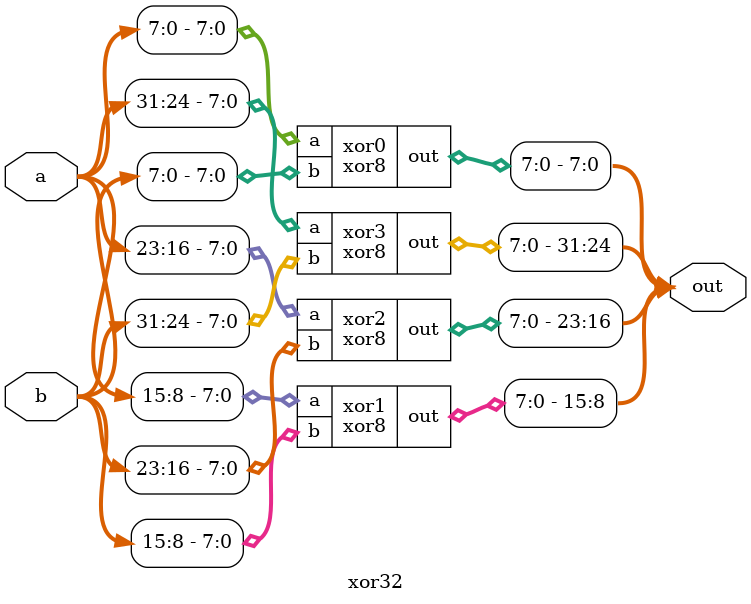
<source format=v>
`timescale 1ns / 1ps

module xor8(
    input [7:0] a,
    input [7:0] b,
    output [7:0] out
    );
    xor xor0(out[0],a[0],b[0]);
    xor xor1(out[1],a[1],b[1]);
    xor xor2(out[2],a[2],b[2]);
    xor xor3(out[3],a[3],b[3]);
    xor xor4(out[4],a[4],b[4]);
    xor xor5(out[5],a[5],b[5]);
    xor xor6(out[6],a[6],b[6]);
    xor xor7(out[7],a[7],b[7]);
endmodule

module xor32(
    input [31:0] a,
    input [31:0] b,
    output [31:0] out
    );

    xor8 xor0(a[7:0],b[7:0],out[7:0]);
    xor8 xor1(a[15:8],b[15:8],out[15:8]);
    xor8 xor2(a[23:16],b[23:16],out[23:16]);
    xor8 xor3(a[31:24],b[31:24],out[31:24]);
    
endmodule
</source>
